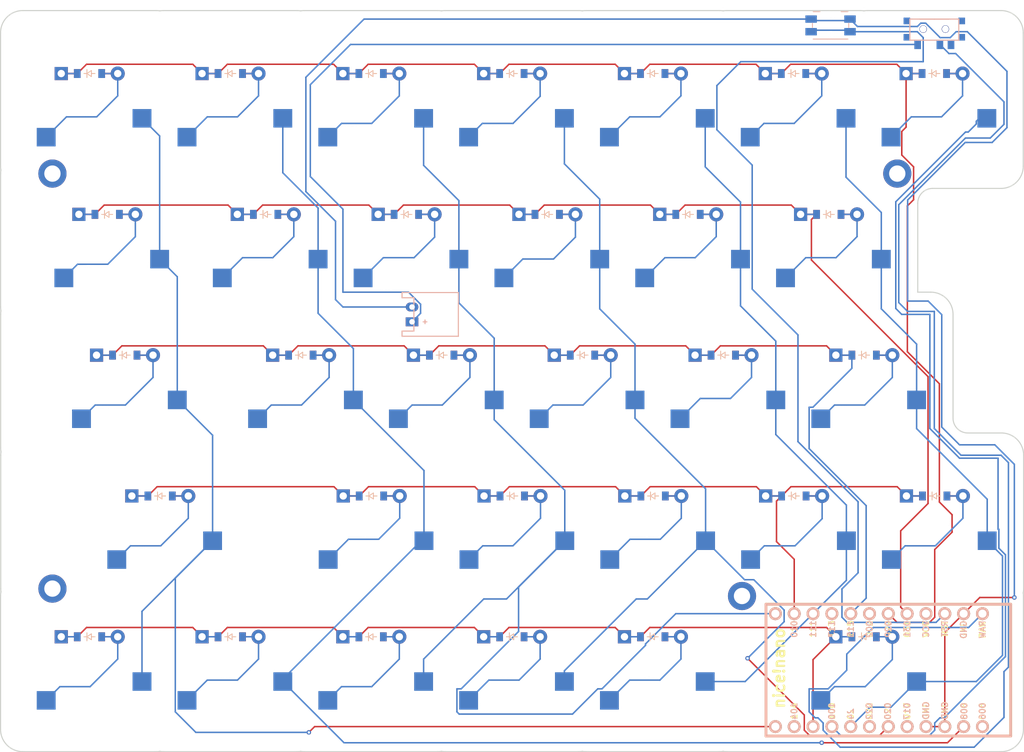
<source format=kicad_pcb>
(kicad_pcb (version 20241229) (generator "pcbnew") (generator_version "9.0")
  (title_block (title "left") (date "2026-01-21") (rev "v1.0.0") (company "Unknown"))
  (layers (0 "F.Cu" signal) (2 "B.Cu" signal) (13 "F.Paste" user) (15 "B.Paste" user) (5 "F.SilkS" user "F.Silkscreen") (7 "B.SilkS" user "B.Silkscreen") (1 "F.Mask" user) (3 "B.Mask" user) (25 "Edge.Cuts" user))
  (net 0 "")
  (net 1 "P106")
  (net 2 "c1_mod")
  (net 3 "c1_bottom")
  (net 4 "c1_home")
  (net 5 "c1_top")
  (net 6 "c1_num")
  (net 7 "P008")
  (net 8 "c2_mod")
  (net 9 "c2_bottom")
  (net 10 "c2_home")
  (net 11 "c2_top")
  (net 12 "c2_num")
  (net 13 "P009")
  (net 14 "c3_mod")
  (net 15 "c3_bottom")
  (net 16 "c3_home")
  (net 17 "c3_top")
  (net 18 "c3_num")
  (net 19 "P020")
  (net 20 "c4_mod")
  (net 21 "c4_bottom")
  (net 22 "c4_home")
  (net 23 "c4_top")
  (net 24 "c4_num")
  (net 25 "P111")
  (net 26 "c5_mod")
  (net 27 "c5_bottom")
  (net 28 "c5_home")
  (net 29 "c5_top")
  (net 30 "c5_num")
  (net 31 "P024")
  (net 32 "c6_mod")
  (net 33 "c6_bottom")
  (net 34 "c6_home")
  (net 35 "c6_top")
  (net 36 "c6_num")
  (net 37 "P100")
  (net 38 "c7_num")
  (net 39 "RAW")
  (net 40 "GND")
  (net 41 "RST")
  (net 42 "VCC")
  (net 43 "P031")
  (net 44 "P029")
  (net 45 "P002")
  (net 46 "P115")
  (net 47 "P113")
  (net 48 "P010")
  (net 49 "P006")
  (net 50 "P017")
  (net 51 "P022")
  (net 52 "P011")
  (net 53 "P104")
  (net 54 "pos")
  (footprint "E73:SPDT_C128955" (layer "F.Cu") (at 214 64.5)
    (property "Reference" "T1" (hide yes))
    (property "Value" "" (hide yes))
  )
  (footprint "MX" (layer "F.Cu") (at 100 74 180)
    (property "Reference" "S5" (hide yes))
    (property "Value" "" (hide yes))
  )
  (footprint "ComboDiode" (layer "F.Cu") (at 204.525 108.5)
    (property "Reference" "D28" (hide yes))
    (property "Value" "" (hide yes))
  )
  (footprint "mounting_hole" (layer "F.Cu") (at 188.05 141)
    (property "Reference" "H4" (hide yes))
    (property "Value" "")
  )
  (footprint "MX" (layer "F.Cu") (at 157.05 131 180)
    (property "Reference" "S12" (hide yes))
    (property "Value" "" (hide yes))
  )
  (footprint "JST_PH_S2B-PH-K_02x2.00mm_Angled" (layer "F.Cu") (at 143.525 103 90)
    (property "Reference" "JST1" (hide yes))
    (property "Value" "" (hide yes))
  )
  (footprint "ComboDiode" (layer "F.Cu") (at 138 70.5)
    (property "Reference" "D15" (hide yes))
    (property "Value" "" (hide yes))
  )
  (footprint "Panasonic_EVQPUL_EVQPUC" (layer "F.Cu") (at 200 64)
    (property "Reference" "B1" (hide yes))
    (property "Value" "Panasonic_EVQPUL_EVQPUC" (hide yes))
  )
  (footprint "ComboDiode" (layer "F.Cu") (at 180.7625 89.5)
    (property "Reference" "D24" (hide yes))
    (property "Value" "" (hide yes))
  )
  (footprint "MX" (layer "F.Cu") (at 102.38125 93 180)
    (property "Reference" "S4" (hide yes))
    (property "Value" "" (hide yes))
  )
  (footprint "ComboDiode" (layer "F.Cu") (at 214.05 127.5)
    (property "Reference" "D27" (hide yes))
    (property "Value" "" (hide yes))
  )
  (footprint "ComboDiode" (layer "F.Cu") (at 199.7625 89.5)
    (property "Reference" "D29" (hide yes))
    (property "Value" "" (hide yes))
  )
  (footprint "ComboDiode" (layer "F.Cu") (at 147.525 108.5)
    (property "Reference" "D13" (hide yes))
    (property "Value" "" (hide yes))
  )
  (footprint "MX" (layer "F.Cu") (at 176.05 131 180)
    (property "Reference" "S17" (hide yes))
    (property "Value" "" (hide yes))
  )
  (footprint "MX" (layer "F.Cu") (at 142.7625 93 180)
    (property "Reference" "S14" (hide yes))
    (property "Value" "" (hide yes))
  )
  (footprint "MX" (layer "F.Cu") (at 138 74 180)
    (property "Reference" "S15" (hide yes))
    (property "Value" "" (hide yes))
  )
  (footprint "MX" (layer "F.Cu") (at 204.525 150 180)
    (property "Reference" "S26" (hide yes))
    (property "Value" "" (hide yes))
  )
  (footprint "MX" (layer "F.Cu") (at 161.7625 93 180)
    (property "Reference" "S19" (hide yes))
    (property "Value" "" (hide yes))
  )
  (footprint "MX" (layer "F.Cu") (at 185.525 112 180)
    (property "Reference" "S23" (hide yes))
    (property "Value" "" (hide yes))
  )
  (footprint "MX" (layer "F.Cu") (at 176 74 180)
    (property "Reference" "S25" (hide yes))
    (property "Value" "" (hide yes))
  )
  (footprint "ComboDiode" (layer "F.Cu") (at 185.525 108.5)
    (property "Reference" "D23" (hide yes))
    (property "Value" "" (hide yes))
  )
  (footprint "ComboDiode" (layer "F.Cu") (at 142.7625 89.5)
    (property "Reference" "D14" (hide yes))
    (property "Value" "" (hide yes))
  )
  (footprint "mounting_hole" (layer "F.Cu") (at 95 140)
    (property "Reference" "H3" (hide yes))
    (property "Value" "")
  )
  (footprint "MX" (layer "F.Cu") (at 147.525 112 180)
    (property "Reference" "S13" (hide yes))
    (property "Value" "" (hide yes))
  )
  (footprint "ComboDiode" (layer "F.Cu") (at 214 70.5)
    (property "Reference" "D31" (hide yes))
    (property "Value" "" (hide yes))
  )
  (footprint "MX" (layer "F.Cu") (at 214 74 180)
    (property "Reference" "S31" (hide yes))
    (property "Value" "" (hide yes))
  )
  (footprint "ComboDiode" (layer "F.Cu") (at 119 70.5)
    (property "Reference" "D10" (hide yes))
    (property "Value" "" (hide yes))
  )
  (footprint "MX" (layer "F.Cu") (at 204.525 112 180)
    (property "Reference" "S28" (hide yes))
    (property "Value" "" (hide yes))
  )
  (footprint "MX" (layer "F.Cu") (at 214.05 131 180)
    (property "Reference" "S27" (hide yes))
    (property "Value" "" (hide yes))
  )
  (footprint "MX" (layer "F.Cu") (at 180.7625 93 180)
    (property "Reference" "S24" (hide yes))
    (property "Value" "" (hide yes))
  )
  (footprint "mounting_hole" (layer "F.Cu") (at 209 84)
    (property "Reference" "H2" (hide yes))
    (property "Value" "")
  )
  (footprint "MX" (layer "F.Cu") (at 157 74 180)
    (property "Reference" "S20" (hide yes))
    (property "Value" "" (hide yes))
  )
  (footprint "ComboDiode" (layer "F.Cu") (at 195 70.5)
    (property "Reference" "D30" (hide yes))
    (property "Value" "" (hide yes))
  )
  (footprint "MX" (layer "F.Cu") (at 104.7625 112 180)
    (property "Reference" "S3" (hide yes))
    (property "Value" "" (hide yes))
  )
  (footprint "MX" (layer "F.Cu") (at 195 74 180)
    (property "Reference" "S30" (hide yes))
    (property "Value" "" (hide yes))
  )
  (footprint "MX" (layer "F.Cu") (at 119 74 180)
    (property "Reference" "S10" (hide yes))
    (property "Value" "" (hide yes))
  )
  (footprint "ComboDiode" (layer "F.Cu") (at 195.05 127.5)
    (property "Reference" "D22" (hide yes))
    (property "Value" "" (hide yes))
  )
  (footprint "ComboDiode" (layer "F.Cu") (at 104.7625 108.5)
    (property "Reference" "D3" (hide yes))
    (property "Value" "" (hide yes))
  )
  (footprint "ComboDiode" (layer "F.Cu") (at 100 70.5)
    (property "Reference" "D5" (hide yes))
    (property "Value" "" (hide yes))
  )
  (footprint "ComboDiode" (layer "F.Cu") (at 109.525 127.5)
    (property "Reference" "D2" (hide yes))
    (property "Value" "" (hide yes))
  )
  (footprint "ComboDiode" (layer "F.Cu") (at 176.05 127.5)
    (property "Reference" "D17" (hide yes))
    (property "Value" "" (hide yes))
  )
  (footprint "ComboDiode" (layer "F.Cu") (at 138 146.5)
    (property "Reference" "D11" (hide yes))
    (property "Value" "" (hide yes))
  )
  (footprint "ComboDiode" (layer "F.Cu") (at 166.525 108.5)
    (property "Reference" "D18" (hide yes))
    (property "Value" "" (hide yes))
  )
  (footprint "ComboDiode" (layer "F.Cu") (at 157.05 127.5)
    (property "Reference" "D12" (hide yes))
    (property "Value" "" (hide yes))
  )
  (footprint "ComboDiode" (layer "F.Cu") (at 157 70.5)
    (property "Reference" "D20" (hide yes))
    (property "Value" "" (hide yes))
  )
  (footprint "ComboDiode" (layer "F.Cu") (at 157 146.5)
    (property "Reference" "D16" (hide yes))
    (property "Value" "" (hide yes))
  )
  (footprint "ComboDiode" (layer "F.Cu") (at 176 146.5)
    (property "Reference" "D21" (hide yes))
    (property "Value" "" (hide yes))
  )
  (footprint "MX" (layer "F.Cu") (at 166.525 112 180)
    (property "Reference" "S18" (hide yes))
    (property "Value" "" (hide yes))
  )
  (footprint "MX" (layer "F.Cu") (at 138 150 180)
    (property "Reference" "S11" (hide yes))
    (property "Value" "" (hide yes))
  )
  (footprint "ComboDiode" (layer "F.Cu") (at 128.525 108.5)
    (property "Reference" "D8" (hide yes))
    (property "Value" "" (hide yes))
  )
  (footprint "ComboDiode" (layer "F.Cu") (at 204.525 146.5)
    (property "Reference" "D26" (hide yes))
    (property "Value" "" (hide yes))
  )
  (footprint "ComboDiode" (layer "F.Cu") (at 138.05 127.5)
    (property "Reference" "D7" (hide yes))
    (property "Value" "" (hide yes))
  )
  (footprint "MX" (layer "F.Cu") (at 119 150 180)
    (property "Reference" "S6" (hide yes))
    (property "Value" "" (hide yes))
  )
  (footprint "ComboDiode" (layer "F.Cu") (at 119 146.5)
    (property "Reference" "D6" (hide yes))
    (property "Value" "" (hide yes))
  )
  (footprint "MX" (layer "F.Cu") (at 123.7625 93 180)
    (property "Reference" "S9" (hide yes))
    (property "Value" "" (hide yes))
  )
  (footprint "MX" (layer "F.Cu") (at 100 150 180)
    (property "Reference" "S1" (hide yes))
    (property "Value" "" (hide yes))
  )
  (footprint "ComboDiode" (layer "F.Cu") (at 161.7625 89.5)
    (property "Reference" "D19" (hide yes))
    (property "Value" "" (hide yes))
  )
  (footprint "MX" (layer "F.Cu") (at 157 150 180)
    (property "Reference" "S16" (hide yes))
    (property "Value" "" (hide yes))
  )
  (footprint "ComboDiode" (layer "F.Cu") (at 123.7625 89.5)
    (property "Reference" "D9" (hide yes))
    (property "Value" "" (hide yes))
  )
  (footprint "MX" (layer "F.Cu") (at 128.525 112 180)
    (property "Reference" "S8" (hide yes))
    (property "Value" "" (hide yes))
  )
  (footprint "ComboDiode" (layer "F.Cu") (at 100 146.5)
    (property "Reference" "D1" (hide yes))
    (property "Value" "" (hide yes))
  )
  (footprint "ComboDiode" (layer "F.Cu") (at 102.38125 89.5)
    (property "Reference" "D4" (hide yes))
    (property "Value" "" (hide yes))
  )
  (footprint "mounting_hole" (layer "F.Cu") (at 95 84)
    (property "Reference" "H1" (hide yes))
    (property "Value" "")
  )
  (footprint "MX" (layer "F.Cu") (at 176 150 180)
    (property "Reference" "S21" (hide yes))
    (property "Value" "" (hide yes))
  )
  (footprint "MX" (layer "F.Cu") (at 199.7625 93 180)
    (property "Reference" "S29" (hide yes))
    (property "Value" "" (hide yes))
  )
  (footprint "MX" (layer "F.Cu") (at 195.05 131 180)
    (property "Reference" "S22" (hide yes))
    (property "Value" "" (hide yes))
  )
  (footprint "ComboDiode" (layer "F.Cu") (at 176 70.5)
    (property "Reference" "D25" (hide yes))
    (property "Value" "" (hide yes))
  )
  (footprint "MX" (layer "F.Cu") (at 138.05 131 180)
    (property "Reference" "S7" (hide yes))
    (property "Value" "" (hide yes))
  )
  (footprint "MX" (layer "F.Cu") (at 109.525 131 180)
    (property "Reference" "S2" (hide yes))
    (property "Value" "" (hide yes))
  )
  (footprint "nice_nano" (layer "F.Cu") (at 206.525 151 180)
    (property "Reference" "MCU1" (hide yes))
    (property "Value" "nice_nano" (hide yes))
  )
  (gr_arc (start 185 62) (mid 185.250879 62.010509) (end 185.5 62.04196) (stroke (width 0.15)) (layer "Edge.Cuts"))
  (gr_line (start 88.025 122) (end 88.025 140) (stroke (width 0.15)) (layer "Edge.Cuts"))
  (gr_arc (start 109.5 62.04196) (mid 109.749121 62.010507) (end 110 62) (stroke (width 0.15)) (layer "Edge.Cuts"))
  (gr_arc (start 109.5 161.95804) (mid 109.250879 161.989493) (end 109 162) (stroke (width 0.15)) (layer "Edge.Cuts"))
  (gr_arc (start 226.025 159) (mid 225.14632 161.12132) (end 223.025 162) (stroke (width 0.15)) (layer "Edge.Cuts"))
  (gr_arc (start 148 162) (mid 147.749121 161.989491) (end 147.5 161.95804) (stroke (width 0.15)) (layer "Edge.Cuts"))
  (gr_arc (start 225.99459 140.573927) (mid 226.017388 140.786422) (end 226.025 141) (stroke (width 0.15)) (layer "Edge.Cuts"))
  (gr_arc (start 204.5 62.04196) (mid 204.749121 62.010507) (end 205 62) (stroke (width 0.15)) (layer "Edge.Cuts"))
  (gr_arc (start 186.025 162) (mid 185.767803 161.988954) (end 185.5125 161.9559) (stroke (width 0.15)) (layer "Edge.Cuts"))
  (gr_arc (start 223 62) (mid 225.12132 62.87868) (end 226 65) (stroke (width 0.15)) (layer "Edge.Cuts"))
  (gr_arc (start 166.5 161.95804) (mid 166.250879 161.989493) (end 166 162) (stroke (width 0.15)) (layer "Edge.Cuts"))
  (gr_arc (start 88.0125 103) (mid 88.022239 102.758459) (end 88.051394 102.518487) (stroke (width 0.15)) (layer "Edge.Cuts"))
  (gr_arc (start 167 162) (mid 166.749121 161.989491) (end 166.5 161.95804) (stroke (width 0.15)) (layer "Edge.Cuts"))
  (gr_line (start 223 62) (end 205 62) (stroke (width 0.15)) (layer "Edge.Cuts"))
  (gr_line (start 223.05 119) (end 218.525 119) (stroke (width 0.15)) (layer "Edge.Cuts"))
  (gr_arc (start 88.00625 84) (mid 88.01599 83.758459) (end 88.045144 83.518487) (stroke (width 0.15)) (layer "Edge.Cuts"))
  (gr_line (start 226.025 159) (end 226.025 141) (stroke (width 0.15)) (layer "Edge.Cuts"))
  (gr_line (start 129 162) (end 147 162) (stroke (width 0.15)) (layer "Edge.Cuts"))
  (gr_line (start 167 162) (end 185 162) (stroke (width 0.15)) (layer "Edge.Cuts"))
  (gr_line (start 88 65) (end 88 83) (stroke (width 0.15)) (layer "Edge.Cuts"))
  (gr_line (start 109 62) (end 91 62) (stroke (width 0.15)) (layer "Edge.Cuts"))
  (gr_line (start 226 83) (end 226 65) (stroke (width 0.15)) (layer "Edge.Cuts"))
  (gr_line (start 88 141) (end 88 159) (stroke (width 0.15)) (layer "Edge.Cuts"))
  (gr_arc (start 88.060948 121.536973) (mid 88.024635 121.269577) (end 88.0125 121) (stroke (width 0.15)) (layer "Edge.Cuts"))
  (gr_line (start 147 62) (end 129 62) (stroke (width 0.15)) (layer "Edge.Cuts"))
  (gr_line (start 110 162) (end 128 162) (stroke (width 0.15)) (layer "Edge.Cuts"))
  (gr_arc (start 88.051395 102.518487) (mid 88.017556 102.260224) (end 88.00625 102) (stroke (width 0.15)) (layer "Edge.Cuts"))
  (gr_arc (start 166 62) (mid 166.250879 62.010509) (end 166.5 62.04196) (stroke (width 0.15)) (layer "Edge.Cuts"))
  (gr_arc (start 88 141) (mid 88.013885 140.711702) (end 88.055411 140.426073) (stroke (width 0.15)) (layer "Edge.Cuts"))
  (gr_arc (start 211.7625 88) (mid 212.348286 86.585786) (end 213.7625 86) (stroke (width 0.15)) (layer "Edge.Cuts"))
  (gr_arc (start 226 83) (mid 225.12132 85.12132) (end 223 86) (stroke (width 0.15)) (layer "Edge.Cuts"))
  (gr_line (start 88.00625 84) (end 88.00625 102) (stroke (width 0.15)) (layer "Edge.Cuts"))
  (gr_arc (start 88 65) (mid 88.87868 62.87868) (end 91 62) (stroke (width 0.15)) (layer "Edge.Cuts"))
  (gr_arc (start 147.5 62.04196) (mid 147.749121 62.010507) (end 148 62) (stroke (width 0.15)) (layer "Edge.Cuts"))
  (gr_line (start 204 62) (end 186 62) (stroke (width 0.15)) (layer "Edge.Cuts"))
  (gr_arc (start 128.5 62.04196) (mid 128.749121 62.010507) (end 129 62) (stroke (width 0.15)) (layer "Edge.Cuts"))
  (gr_arc (start 166.5 62.04196) (mid 166.749121 62.010507) (end 167 62) (stroke (width 0.15)) (layer "Edge.Cuts"))
  (gr_line (start 216.525 117) (end 216.525 103) (stroke (width 0.15)) (layer "Edge.Cuts"))
  (gr_arc (start 88.045144 83.518487) (mid 88.011306 83.260224) (end 88 83) (stroke (width 0.15)) (layer "Edge.Cuts"))
  (gr_line (start 185 62) (end 167 62) (stroke (width 0.15)) (layer "Edge.Cuts"))
  (gr_line (start 226.05 140) (end 226.05 122) (stroke (width 0.15)) (layer "Edge.Cuts"))
  (gr_arc (start 147.5 161.95804) (mid 147.250879 161.989493) (end 147 162) (stroke (width 0.15)) (layer "Edge.Cuts"))
  (gr_line (start 128 62) (end 110 62) (stroke (width 0.15)) (layer "Edge.Cuts"))
  (gr_line (start 148 162) (end 166 162) (stroke (width 0.15)) (layer "Edge.Cuts"))
  (gr_arc (start 128.5 161.95804) (mid 128.250879 161.989493) (end 128 162) (stroke (width 0.15)) (layer "Edge.Cuts"))
  (gr_arc (start 185.5 62.04196) (mid 185.749121 62.010507) (end 186 62) (stroke (width 0.15)) (layer "Edge.Cuts"))
  (gr_line (start 91 162) (end 109 162) (stroke (width 0.15)) (layer "Edge.Cuts"))
  (gr_arc (start 218.525 119) (mid 217.110786 118.414214) (end 216.525 117) (stroke (width 0.15)) (layer "Edge.Cuts"))
  (gr_line (start 213.7625 86) (end 223 86) (stroke (width 0.15)) (layer "Edge.Cuts"))
  (gr_arc (start 91 162) (mid 88.87868 161.12132) (end 88 159) (stroke (width 0.15)) (layer "Edge.Cuts"))
  (gr_arc (start 129 162) (mid 128.749121 161.989491) (end 128.5 161.95804) (stroke (width 0.15)) (layer "Edge.Cuts"))
  (gr_line (start 88.0125 103) (end 88.0125 121) (stroke (width 0.15)) (layer "Edge.Cuts"))
  (gr_arc (start 223.05 119) (mid 225.17132 119.87868) (end 226.05 122) (stroke (width 0.15)) (layer "Edge.Cuts"))
  (gr_line (start 186.025 162) (end 223.025 162) (stroke (width 0.15)) (layer "Edge.Cuts"))
  (gr_arc (start 147 62) (mid 147.250879 62.010509) (end 147.5 62.04196) (stroke (width 0.15)) (layer "Edge.Cuts"))
  (gr_line (start 211.7625 100) (end 211.7625 88) (stroke (width 0.15)) (layer "Edge.Cuts"))
  (gr_arc (start 128 62) (mid 128.250879 62.010509) (end 128.5 62.04196) (stroke (width 0.15)) (layer "Edge.Cuts"))
  (gr_arc (start 185.5125 161.9559) (mid 185.257197 161.988956) (end 185 162) (stroke (width 0.15)) (layer "Edge.Cuts"))
  (gr_line (start 166 62) (end 148 62) (stroke (width 0.15)) (layer "Edge.Cuts"))
  (gr_arc (start 109 62) (mid 109.250879 62.010509) (end 109.5 62.04196) (stroke (width 0.15)) (layer "Edge.Cuts"))
  (gr_arc (start 110 162) (mid 109.749121 161.989491) (end 109.5 161.95804) (stroke (width 0.15)) (layer "Edge.Cuts"))
  (gr_arc (start 88.055411 140.426073) (mid 88.032611 140.213579) (end 88.025 140) (stroke (width 0.15)) (layer "Edge.Cuts"))
  (gr_arc (start 204 62) (mid 204.250879 62.010509) (end 204.5 62.04196) (stroke (width 0.15)) (layer "Edge.Cuts"))
  (gr_arc (start 226.05 140) (mid 226.036116 140.288298) (end 225.99459 140.573927) (stroke (width 0.15)) (layer "Edge.Cuts"))
  (gr_line (start 213.525 100) (end 211.7625 100) (stroke (width 0.15)) (layer "Edge.Cuts"))
  (gr_arc (start 88.025 122) (mid 88.034001 121.76779) (end 88.060948 121.536973) (stroke (width 0.15)) (layer "Edge.Cuts"))
  (gr_arc (start 213.525 100) (mid 215.64632 100.87868) (end 216.525 103) (stroke (width 0.15)) (layer "Edge.Cuts"))
  (segment (start 130.38 158.62) (end 192.555 158.62) (width 0.2) (layer "F.Cu") (net 1))
  (segment (start 129.6 159.4) (end 130.38 158.62) (width 0.2) (layer "F.Cu") (net 1))
  (via (at 129.6 159.4) (size 0.6) (drill 0.3) (layers "F.Cu" "B.Cu") (net 1))
  (segment (start 116.61 119.3025) (end 116.61 133.54) (width 0.2) (layer "B.Cu") (net 1))
  (segment (start 111.8475 114.54) (end 116.61 119.3025) (width 0.2) (layer "B.Cu") (net 1))
  (segment (start 109.46625 95.54) (end 111.8475 97.92125) (width 0.2) (layer "B.Cu") (net 1))
  (segment (start 107.085 143.065) (end 116.61 133.54) (width 0.2) (layer "B.Cu") (net 1))
  (segment (start 114.351 159.4) (end 129.6 159.4) (width 0.2) (layer "B.Cu") (net 1))
  (segment (start 109.46625 78.92125) (end 109.46625 95.54) (width 0.2) (layer "B.Cu") (net 1))
  (segment (start 107.085 152.54) (end 107.085 143.065) (width 0.2) (layer "B.Cu") (net 1))
  (segment (start 111.8475 97.92125) (end 111.8475 114.54) (width 0.2) (layer "B.Cu") (net 1))
  (segment (start 111.582 138.568) (end 111.582 156.631) (width 0.2) (layer "B.Cu") (net 1))
  (segment (start 107.085 76.54) (end 109.46625 78.92125) (width 0.2) (layer "B.Cu") (net 1))
  (segment (start 116.61 133.54) (end 111.582 138.568) (width 0.2) (layer "B.Cu") (net 1))
  (segment (start 111.582 156.631) (end 114.351 159.4) (width 0.2) (layer "B.Cu") (net 1))
  (segment (start 103.81 146.5) (end 101.65 146.5) (width 0.2) (layer "F.Cu") (net 2))
  (segment (start 101.65 146.5) (end 103.81 146.5) (width 0.2) (layer "B.Cu") (net 2))
  (segment (start 103.81 146.5) (end 103.81 149.506189) (width 0.2) (layer "B.Cu") (net 2))
  (segment (start 100.087189 153.229) (end 96.009 153.229) (width 0.2) (layer "B.Cu") (net 2))
  (segment (start 103.81 149.506189) (end 100.087189 153.229) (width 0.2) (layer "B.Cu") (net 2))
  (segment (start 96.009 153.229) (end 94.158 155.08) (width 0.2) (layer "B.Cu") (net 2))
  (segment (start 113.335 127.5) (end 111.175 127.5) (width 0.2) (layer "F.Cu") (net 3))
  (segment (start 113.335 127.5) (end 113.335 130.506189) (width 0.2) (layer "B.Cu") (net 3))
  (segment (start 111.175 127.5) (end 113.335 127.5) (width 0.2) (layer "B.Cu") (net 3))
  (segment (start 113.335 130.506189) (end 109.612189 134.229) (width 0.2) (layer "B.Cu") (net 3))
  (segment (start 109.612189 134.229) (end 105.534 134.229) (width 0.2) (layer "B.Cu") (net 3))
  (segment (start 105.534 134.229) (end 103.683 136.08) (width 0.2) (layer "B.Cu") (net 3))
  (segment (start 106.4125 108.5) (end 108.5725 108.5) (width 0.2) (layer "F.Cu") (net 4))
  (segment (start 108.5725 111.506189) (end 104.849689 115.229) (width 0.2) (layer "B.Cu") (net 4))
  (segment (start 106.4125 108.5) (end 108.5725 108.5) (width 0.2) (layer "B.Cu") (net 4))
  (segment (start 104.849689 115.229) (end 100.7715 115.229) (width 0.2) (layer "B.Cu") (net 4))
  (segment (start 108.5725 108.5) (end 108.5725 111.506189) (width 0.2) (layer "B.Cu") (net 4))
  (segment (start 100.7715 115.229) (end 98.9205 117.08) (width 0.2) (layer "B.Cu") (net 4))
  (segment (start 104.03125 89.5) (end 106.19125 89.5) (width 0.2) (layer "F.Cu") (net 5))
  (segment (start 98.39025 96.229) (end 102.468439 96.229) (width 0.2) (layer "B.Cu") (net 5))
  (segment (start 106.19125 89.5) (end 104.03125 89.5) (width 0.2) (layer "B.Cu") (net 5))
  (segment (start 96.53925 98.08) (end 98.39025 96.229) (width 0.2) (layer "B.Cu") (net 5))
  (segment (start 102.468439 96.229) (end 106.19125 92.506189) (width 0.2) (layer "B.Cu") (net 5))
  (segment (start 106.19125 92.506189) (end 106.19125 89.5) (width 0.2) (layer "B.Cu") (net 5))
  (segment (start 103.81 70.5) (end 101.65 70.5) (width 0.2) (layer "F.Cu") (net 6))
  (segment (start 94.158 79.08) (end 96.8931 76.3449) (width 0.2) (layer "B.Cu") (net 6))
  (segment (start 103.81 70.5) (end 101.65 70.5) (width 0.2) (layer "B.Cu") (net 6))
  (segment (start 100.971289 76.3449) (end 103.81 73.506189) (width 0.2) (layer "B.Cu") (net 6))
  (segment (start 96.8931 76.3449) (end 100.971289 76.3449) (width 0.2) (layer "B.Cu") (net 6))
  (segment (start 103.81 73.506189) (end 103.81 70.5) (width 0.2) (layer "B.Cu") (net 6))
  (segment (start 198.8 160.8) (end 215.775 160.8) (width 0.2) (layer "F.Cu") (net 7))
  (segment (start 215.775 160.8) (end 217.955 158.62) (width 0.2) (layer "F.Cu") (net 7))
  (via (at 198.8 160.8) (size 0.6) (drill 0.3) (layers "F.Cu" "B.Cu") (net 7))
  (segment (start 145.135 133.54) (end 145.135 124.065) (width 0.2) (layer "B.Cu") (net 7))
  (segment (start 126.085 83.885) (end 130.8475 88.6475) (width 0.2) (layer "B.Cu") (net 7))
  (segment (start 126.085 152.54) (end 126.085 152.225) (width 0.2) (layer "B.Cu") (net 7))
  (segment (start 126.085 152.54) (end 134.345 160.8) (width 0.2) (layer "B.Cu") (net 7))
  (segment (start 144.77 133.54) (end 145.135 133.54) (width 0.2) (layer "B.Cu") (net 7))
  (segment (start 145.135 124.065) (end 135.61 114.54) (width 0.2) (layer "B.Cu") (net 7))
  (segment (start 126.085 76.54) (end 126.085 83.885) (width 0.2) (layer "B.Cu") (net 7))
  (segment (start 134.345 160.8) (end 198.8 160.8) (width 0.2) (layer "B.Cu") (net 7))
  (segment (start 130.8475 102.8475) (end 135.61 107.61) (width 0.2) (layer "B.Cu") (net 7))
  (segment (start 126.085 152.225) (end 144.77 133.54) (width 0.2) (layer "B.Cu") (net 7))
  (segment (start 130.8475 95.54) (end 130.8475 102.8475) (width 0.2) (layer "B.Cu") (net 7))
  (segment (start 130.8475 88.6475) (end 130.8475 95.54) (width 0.2) (layer "B.Cu") (net 7))
  (segment (start 135.61 107.61) (end 135.61 114.54) (width 0.2) (layer "B.Cu") (net 7))
  (segment (start 120.65 146.5) (end 122.81 146.5) (width 0.2) (layer "F.Cu") (net 8))
  (segment (start 113.158 155.08) (end 115.8931 152.3449) (width 0.2) (layer "B.Cu") (net 8))
  (segment (start 122.81 146.5) (end 120.65 146.5) (width 0.2) (layer "B.Cu") (net 8))
  (segment (start 122.81 149.506189) (end 122.81 146.5) (width 0.2) (layer "B.Cu") (net 8))
  (segment (start 119.971289 152.3449) (end 122.81 149.506189) (width 0.2) (layer "B.Cu") (net 8))
  (segment (start 115.8931 152.3449) (end 119.971289 152.3449) (width 0.2) (layer "B.Cu") (net 8))
  (segment (start 139.7 127.5) (end 141.86 127.5) (width 0.2) (layer "F.Cu") (net 9))
  (segment (start 139.021289 133.3449) (end 141.86 130.506189) (width 0.2) (layer "B.Cu") (net 9))
  (segment (start 141.86 130.506189) (end 141.86 127.5) (width 0.2) (layer "B.Cu") (net 9))
  (segment (start 141.86 127.5) (end 139.7 127.5) (width 0.2) (layer "B.Cu") (net 9))
  (segment (start 132.208 136.08) (end 134.9431 133.3449) (width 0.2) (layer "B.Cu") (net 9))
  (segment (start 134.9431 133.3449) (end 139.021289 133.3449) (width 0.2) (layer "B.Cu") (net 9))
  (segment (start 130.175 108.5) (end 132.335 108.5) (width 0.2) (layer "F.Cu") (net 10))
  (segment (start 132.335 111.506189) (end 128.612189 115.229) (width 0.2) (layer "B.Cu") (net 10))
  (segment (start 132.335 108.5) (end 132.335 111.506189) (width 0.2) (layer "B.Cu") (net 10))
  (segment (start 124.534 115.229) (end 122.683 117.08) (width 0.2) (layer "B.Cu") (net 10))
  (segment (start 130.175 108.5) (end 132.335 108.5) (width 0.2) (layer "B.Cu") (net 10))
  (segment (start 128.612189 115.229) (end 124.534 115.229) (width 0.2) (layer "B.Cu") (net 10))
  (segment (start 125.4125 89.5) (end 127.5725 89.5) (width 0.2) (layer "F.Cu") (net 11))
  (segment (start 127.5725 89.5) (end 125.4125 89.5) (width 0.2) (layer "B.Cu") (net 11))
  (segment (start 117.9205 98.08) (end 120.6556 95.3449) (width 0.2) (layer "B.Cu") (net 11))
  (segment (start 124.733789 95.3449) (end 127.5725 92.506189) (width 0.2) (layer "B.Cu") (net 11))
  (segment (start 127.5725 92.506189) (end 127.5725 89.5) (width 0.2) (layer "B.Cu") (net 11))
  (segment (start 120.6556 95.3449) (end 124.733789 95.3449) (width 0.2) (layer "B.Cu") (net 11))
  (segment (start 122.81 70.5) (end 120.65 70.5) (width 0.2) (layer "F.Cu") (net 12))
  (segment (start 122.81 70.5) (end 120.65 70.5) (width 0.2) (layer "B.Cu") (net 12))
  (segment (start 119.971289 76.3449) (end 122.81 73.506189) (width 0.2) (layer "B.Cu") (net 12))
  (segment (start 115.8931 76.3449) (end 119.971289 76.3449) (width 0.2) (layer "B.Cu") (net 12))
  (segment (start 122.81 73.506189) (end 122.81 70.5) (width 0.2) (layer "B.Cu") (net 12))
  (segment (start 113.158 79.08) (end 115.8931 76.3449) (width 0.2) (layer "B.Cu") (net 12))
  (segment (start 149.882 156.931) (end 165.18 156.931) (width 0.2) (layer "B.Cu") (net 13))
  (segment (start 164.135 133.54) (end 157.899 139.776) (width 0.2) (layer "B.Cu") (net 13))
  (segment (start 154.61 117.21) (end 164.135 126.735) (width 0.2) (layer "B.Cu") (net 13))
  (segment (start 145.085 76.54) (end 145.085 82.885) (width 0.2) (layer "B.Cu") (net 13))
  (segment (start 154.61 106.21) (end 154.61 114.54) (width 0.2) (layer "B.Cu") (net 13))
  (segment (start 179.118 143.38) (end 192.555 143.38) (width 0.2) (layer "B.Cu") (net 13))
  (segment (start 149.8475 87.6475) (end 149.8475 95.54) (width 0.2) (layer "B.Cu") (net 13))
  (segment (start 149.582 156.631) (end 149.882 156.931) (width 0.2) (layer "B.Cu") (net 13))
  (segment (start 156.275 141.4) (end 164.135 133.54) (width 0.2) (layer "B.Cu") (net 13))
  (segment (start 157.899 139.776) (end 157.899 145.784811) (width 0.2) (layer "B.Cu") (net 13))
  (segment (start 168.582 153.529) (end 169.154811 153.529) (width 0.2) (layer "B.Cu") (net 13))
  (segment (start 165.18 156.931) (end 168.582 153.529) (width 0.2) (layer "B.Cu") (net 13))
  (segment (start 169.154811 153.529) (end 175.028711 147.6551) (width 0.2) (layer "B.Cu") (net 13))
  (segment (start 145.085 82.885) (end 149.8475 87.6475) (width 0.2) (layer "B.Cu") (net 13))
  (segment (start 154.61 114.54) (end 154.61 117.21) (width 0.2) (layer "B.Cu") (net 13))
  (segment (start 145.085 149.515) (end 153.2 141.4) (width 0.2) (layer "B.Cu") (net 13))
  (segment (start 153.2 141.4) (end 156.275 141.4) (width 0.2) (layer "B.Cu") (net 13))
  (segment (start 157.899 145.784811) (end 150.154811 153.529) (width 0.2) (layer "B.Cu") (net 13))
  (segment (start 175.028711 147.469289) (end 179.118 143.38) (width 0.2) (layer "B.Cu") (net 13))
  (segment (start 145.085 152.54) (end 145.085 149.515) (width 0.2) (layer "B.Cu") (net 13))
  (segment (start 150.154811 153.529) (end 149.582 153.529) (width 0.2) (layer "B.Cu") (net 13))
  (segment (start 149.8475 95.54) (end 149.8475 101.4475) (width 0.2) (layer "B.Cu") (net 13))
  (segment (start 149.8475 101.4475) (end 154.61 106.21) (width 0.2) (layer "B.Cu") (net 13))
  (segment (start 149.582 153.529) (end 149.582 156.631) (width 0.2) (layer "B.Cu") (net 13))
  (segment (start 164.135 126.735) (end 164.135 133.54) (width 0.2) (layer "B.Cu") (net 13))
  (segment (start 175.028711 147.6551) (end 175.028711 147.469289) (width 0.2) (layer "B.Cu") (net 13))
  (segment (start 141.81 146.5) (end 139.65 146.5) (width 0.2) (layer "F.Cu") (net 14))
  (segment (start 134.009 153.229) (end 132.158 155.08) (width 0.2) (layer "B.Cu") (net 14))
  (segment (start 141.81 146.5) (end 141.81 149.506189) (width 0.2) (layer "B.Cu") (net 14))
  (segment (start 139.65 146.5) (end 141.81 146.5) (width 0.2) (layer "B.Cu") (net 14))
  (segment (start 141.81 149.506189) (end 138.087189 153.229) (width 0.2) (layer "B.Cu") (net 14))
  (segment (start 138.087189 153.229) (end 134.009 153.229) (width 0.2) (layer "B.Cu") (net 14))
  (segment (start 160.86 127.5) (end 158.7 127.5) (width 0.2) (layer "F.Cu") (net 15))
  (segment (start 158.7 127.5) (end 160.86 127.5) (width 0.2) (layer "B.Cu") (net 15))
  (segment (start 160.86 127.5) (end 160.86 130.506189) (width 0.2) (layer "B.Cu") (net 15))
  (segment (start 160.86 130.506189) (end 157.137189 134.229) (width 0.2) (layer "B.Cu") (net 15))
  (segment (start 157.137189 134.229) (end 153.059 134.229) (width 0.2) (layer "B.Cu") (net 15))
  (segment (start 153.059 134.229) (end 151.208 136.08) (width 0.2) (layer "B.Cu") (net 15))
  (segment (start 149.175 108.5) (end 151.335 108.5) (width 0.2) (layer "F.Cu") (net 16))
  (segment (start 147.612189 115.229) (end 143.534 115.229) (width 0.2) (layer "B.Cu") (net 16))
  (segment (start 151.335 111.506189) (end 147.612189 115.229) (width 0.2) (layer "B.Cu") (net 16))
  (segment (start 149.175 108.5) (end 151.335 108.5) (width 0.2) (layer "B.Cu") (net 16))
  (segment (start 151.335 108.5) (end 151.335 111.506189) (width 0.2) (layer "B.Cu") (net 16))
  (segment (start 143.534 115.229) (end 141.683 117.08) (width 0.2) (layer "B.Cu") (net 16))
  (segment (start 144.4125 89.5) (end 146.5725 89.5) (width 0.2) (layer "F.Cu") (net 17))
  (segment (start 146.5725 89.5) (end 144.4125 89.5) (width 0.2) (layer "B.Cu") (net 17))
  (segment (start 146.5725 92.570257) (end 146.5725 89.5) (width 0.2) (layer "B.Cu") (net 17))
  (segment (start 136.9205 98.08) (end 139.6556 95.3449) (width 0.2) (layer "B.Cu") (net 17))
  (segment (start 143.797857 95.3449) (end 146.5725 92.570257) (width 0.2) (layer "B.Cu") (net 17))
  (segment (start 139.6556 95.3449) (end 143.797857 95.3449) (width 0.2) (layer "B.Cu") (net 17))
  (segment (start 141.81 70.5) (end 139.65 70.5) (width 0.2) (layer "F.Cu") (net 18))
  (segment (start 141.81 73.506189) (end 138.087189 77.229) (width 0.2) (layer "B.Cu") (net 18))
  (segment (start 134.009 77.229) (end 132.158 79.08) (width 0.2) (layer "B.Cu") (net 18))
  (segment (start 141.81 70.5) (end 141.81 73.506189) (width 0.2) (layer "B.Cu") (net 18))
  (segment (start 138.087189 77.229) (end 134.009 77.229) (width 0.2) (layer "B.Cu") (net 18))
  (segment (start 139.65 70.5) (end 141.81 70.5) (width 0.2) (layer "B.Cu") (net 18))
  (segment (start 196.4577 157.0577) (end 196.4577 159.107654) (width 0.2) (layer "F.Cu") (net 19))
  (segment (start 197.147346 159.7973) (end 206.6177 159.7973) (width 0.2) (layer "F.Cu") (net 19))
  (segment (start 206.6177 159.7973) (end 207.795 158.62) (width 0.2) (layer "F.Cu") (net 19))
  (segment (start 196.4577 159.107654) (end 197.147346 159.7973) (width 0.2) (layer "F.Cu") (net 19))
  (segment (start 188.8 149.4) (end 196.4577 157.0577) (width 0.2) (layer "F.Cu") (net 19))
  (via (at 188.8 149.4) (size 0.6) (drill 0.3) (layers "F.Cu" "B.Cu") (net 19))
  (segment (start 189.638954 138.799) (end 193.7323 142.892346) (width 0.2) (layer "B.Cu") (net 19))
  (segment (start 164.085 82.685) (end 168.8475 87.4475) (width 0.2) (layer "B.Cu") (net 19))
  (segment (start 173.61 114.54) (end 173.61 107.01) (width 0.2) (layer "B.Cu") (net 19))
  (segment (start 168.8475 87.4475) (end 168.8475 95.54) (width 0.2) (layer "B.Cu") (net 19))
  (segment (start 183.135 126.535) (end 173.61 117.01) (width 0.2) (layer "B.Cu") (net 19))
  (segment (start 193.7323 144.4677) (end 188.8 149.4) (width 0.2) (layer "B.Cu") (net 19))
  (segment (start 193.7323 142.892346) (end 193.7323 144.4677) (width 0.2) (layer "B.Cu") (net 19))
  (segment (start 173.61 107.01) (end 168.8475 102.2475) (width 0.2) (layer "B.Cu") (net 19))
  (segment (start 183.135 133.54) (end 183.135 126.535) (width 0.2) (layer "B.Cu") (net 19))
  (segment (start 164.085 152.54) (end 164.085 151.09) (width 0.2) (layer "B.Cu") (net 19))
  (segment (start 175.275 141.4) (end 183.135 133.54) (width 0.2) (layer "B.Cu") (net 19))
  (segment (start 173.61 117.01) (end 173.61 114.54) (width 0.2) (layer "B.Cu") (net 19))
  (segment (start 168.8475 102.2475) (end 168.8475 95.54) (width 0.2) (layer "B.Cu") (net 19))
  (segment (start 164.085 151.09) (end 173.775 141.4) (width 0.2) (layer "B.Cu") (net 19))
  (segment (start 188.394 138.799) (end 189.638954 138.799) (width 0.2) (layer "B.Cu") (net 19))
  (segment (start 173.775 141.4) (end 175.275 141.4) (width 0.2) (layer "B.Cu") (net 19))
  (segment (start 183.135 133.54) (end 188.394 138.799) (width 0.2) (layer "B.Cu") (net 19))
  (segment (start 164.085 76.54) (end 164.085 82.685) (width 0.2) (layer "B.Cu") (net 19))
  (segment (start 158.65 146.5) (end 160.81 146.5) (width 0.2) (layer "F.Cu") (net 20))
  (segment (start 151.158 155.08) (end 153.8931 152.3449) (width 0.2) (layer "B.Cu") (net 20))
  (segment (start 160.81 149.506189) (end 160.81 146.5) (width 0.2) (layer "B.Cu") (net 20))
  (segment (start 157.971289 152.3449) (end 160.81 149.506189) (width 0.2) (layer "B.Cu") (net 20))
  (segment (start 160.81 146.5) (end 158.65 146.5) (width 0.2) (layer "B.Cu") (net 20))
  (segment (start 153.8931 152.3449) (end 157.971289 152.3449) (width 0.2) (layer "B.Cu") (net 20))
  (segment (start 177.7 127.5) (end 179.86 127.5) (width 0.2) (layer "F.Cu") (net 21))
  (segment (start 177.021289 133.3449) (end 179.86 130.506189) (width 0.2) (layer "B.Cu") (net 21))
  (segment (start 179.86 127.5) (end 177.7 127.5) (width 0.2) (layer "B.Cu") (net 21))
  (segment (start 179.86 130.506189) (end 179.86 127.5) (width 0.2) (layer "B.Cu") (net 21))
  (segment (start 170.208 136.08) (end 172.9431 133.3449) (width 0.2) (layer "B.Cu") (net 21))
  (segment (start 172.9431 133.3449) (end 177.021289 133.3449) (width 0.2) (layer "B.Cu") (net 21))
  (segment (start 170.335 108.5) (end 168.175 108.5) (width 0.2) (layer "F.Cu") (net 22))
  (segment (start 166.612189 115.229) (end 162.534 115.229) (width 0.2) (layer "B.Cu") (net 22))
  (segment (start 162.534 115.229) (end 160.683 117.08) (width 0.2) (layer "B.Cu") (net 22))
  (segment (start 168.175 108.5) (end 170.335 108.5) (width 0.2) (layer "B.Cu") (net 22))
  (segment (start 170.335 111.506189) (end 166.612189 115.229) (width 0.2) (layer "B.Cu") (net 22))
  (segment (start 170.335 108.5) (end 170.335 111.506189) (width 0.2) (layer "B.Cu") (net 22))
  (segment (start 165.5725 89.5) (end 163.4125 89.5) (width 0.2) (layer "F.Cu") (net 23))
  (segment (start 165.5725 92.570257) (end 165.5725 89.5) (width 0.2) (layer "B.Cu") (net 23))
  (segment (start 158.474689 95.525811) (end 162.616946 95.525811) (width 0.2) (layer "B.Cu") (net 23))
  (segment (start 155.9205 98.08) (end 158.474689 95.525811) (width 0.2) (layer "B.Cu") (net 23))
  (segment (start 162.616946 95.525811) (end 165.5725 92.570257) (width 0.2) (layer "B.Cu") (net 23))
  (segment (start 165.5725 89.5) (end 163.4125 89.5) (width 0.2) (layer "B.Cu") (net 23))
  (segment (start 158.65 70.5) (end 160.81 70.5) (width 0.2) (layer "F.Cu") (net 24))
  (segment (start 160.81 70.5) (end 160.81 73.570257) (width 0.2) (layer "B.Cu") (net 24))
  (segment (start 153.009 77.229) (end 151.158 79.08) (width 0.2) (layer "B.Cu") (net 24))
  (segment (start 158.65 70.5) (end 160.81 70.5) (width 0.2) (layer "B.Cu") (net 24))
  (segment (start 160.81 73.570257) (end 157.151257 77.229) (width 0.2) (layer "B.Cu") (net 24))
  (segment (start 157.151257 77.229) (end 153.009 77.229) (width 0.2) (layer "B.Cu") (net 24))
  (segment (start 202.135 138.88) (end 197.635 143.38) (width 0.2) (layer "B.Cu") (net 25))
  (segment (start 202.135 133.54) (end 202.135 138.88) (width 0.2) (layer "B.Cu") (net 25))
  (segment (start 188.475 152.54) (end 197.635 143.38) (width 0.2) (layer "B.Cu") (net 25))
  (segment (start 187.8475 101.8475) (end 192.61 106.61) (width 0.2) (layer "B.Cu") (net 25))
  (segment (start 192.61 114.54) (end 192.61 119.21) (width 0.2) (layer "B.Cu") (net 25))
  (segment (start 202.135 128.735) (end 202.135 133.54) (width 0.2) (layer "B.Cu") (net 25))
  (segment (start 187.8475 95.54) (end 187.8475 101.8475) (width 0.2) (layer "B.Cu") (net 25))
  (segment (start 192.61 119.21) (end 202.135 128.735) (width 0.2) (layer "B.Cu") (net 25))
  (segment (start 183.085 152.54) (end 188.475 152.54) (width 0.2) (layer "B.Cu") (net 25))
  (segment (start 183.085 76.54) (end 183.085 83.085) (width 0.2) (layer "B.Cu") (net 25))
  (segment (start 183.085 83.085) (end 187.8475 87.8475) (width 0.2) (layer "B.Cu") (net 25))
  (segment (start 187.8475 87.8475) (end 187.8475 95.54) (width 0.2) (layer "B.Cu") (net 25))
  (segment (start 192.61 106.61) (end 192.61 114.54) (width 0.2) (layer "B.Cu") (net 25))
  (segment (start 179.81 146.5) (end 177.65 146.5) (width 0.2) (layer "F.Cu") (net 26))
  (segment (start 170.158 155.08) (end 172.8931 152.3449) (width 0.2) (layer "B.Cu") (net 26))
  (segment (start 179.81 149.506189) (end 179.81 146.5) (width 0.2) (layer "B.Cu") (net 26))
  (segment (start 176.971289 152.3449) (end 179.81 149.506189) (width 0.2) (layer "B.Cu") (net 26))
  (segment (start 172.8931 152.3449) (end 176.971289 152.3449) (width 0.2) (layer "B.Cu") (net 26))
  (segment (start 179.81 146.5) (end 177.65 146.5) (width 0.2) (layer "B.Cu") (net 26))
  (segment (start 198.86 127.5) (end 196.7 127.5) (width 0.2) (layer "F.Cu") (net 27))
  (segment (start 191.059 134.229) (end 189.208 136.08) (width 0.2) (layer "B.Cu") (net 27))
  (segment (start 195.201257 134.229) (end 191.059 134.229) (width 0.2) (layer "B.Cu") (net 27))
  (segment (start 198.86 130.570257) (end 195.201257 134.229) (width 0.2) (layer "B.Cu") (net 27))
  (segment (start 198.86 127.5) (end 198.86 130.570257) (width 0.2) (layer "B.Cu") (net 27))
  (segment (start 196.7 127.5) (end 198.86 127.5) (width 0.2) (layer "B.Cu") (net 27))
  (segment (start 187.175 108.5) (end 189.335 108.5) (width 0.2) (layer "F.Cu") (net 28))
  (segment (start 189.335 108.5) (end 187.175 108.5) (width 0.2) (layer "B.Cu") (net 28))
  (segment (start 182.4181 114.3449) (end 186.496289 114.3449) (width 0.2) (layer "B.Cu") (net 28))
  (segment (start 186.496289 114.3449) (end 189.335 111.506189) (width 0.2) (layer "B.Cu") (net 28))
  (segment (start 179.683 117.08) (end 182.4181 114.3449) (width 0.2) (layer "B.Cu") (net 28))
  (segment (start 189.335 111.506189) (end 189.335 108.5) (width 0.2) (layer "B.Cu") (net 28))
  (segment (start 184.5725 89.5) (end 182.4125 89.5) (width 0.2) (layer "F.Cu") (net 29))
  (segment (start 174.9205 98.08) (end 177.6556 95.3449) (width 0.2) (layer "B.Cu") (net 29))
  (segment (start 177.6556 95.3449) (end 181.733789 95.3449) (width 0.2) (layer "B.Cu") (net 29))
  (segment (start 181.733789 95.3449) (end 184.5725 92.506189) (width 0.2) (layer "B.Cu") (net 29))
  (segment (start 184.5725 89.5) (end 182.4125 89.5) (width 0.2) (layer "B.Cu") (net 29))
  (segment (start 184.5725 92.506189) (end 184.5725 89.5) (width 0.2) (layer "B.Cu") (net 29))
  (segment (start 177.65 70.5) (end 179.81 70.5) (width 0.2) (layer "F.Cu") (net 30))
  (segment (start 179.81 70.5) (end 177.65 70.5) (width 0.2) (layer "B.Cu") (net 30))
  (segment (start 172.8931 76.3449) (end 176.971289 76.3449) (width 0.2) (layer "B.Cu") (net 30))
  (segment (start 176.971289 76.3449) (end 179.81 73.506189) (width 0.2) (layer "B.Cu") (net 30))
  (segment (start 170.158 79.08) (end 172.8931 76.3449) (width 0.2) (layer "B.Cu") (net 30))
  (segment (start 179.81 73.506189) (end 179.81 70.5) (width 0.2) (layer "B.Cu") (net 30))
  (segment (start 211.61 107.01) (end 211.61 114.54) (width 0.2) (layer "B.Cu") (net 31))
  (segment (start 211.61 114.54) (end 211.61 118.41) (width 0.2) (layer "B.Cu") (net 31))
  (segment (start 205.335 156) (end 208.15 156) (width 0.2) (layer "B.Cu") (net 31))
  (segment (start 211.61 118.41) (end 221.135 127.935) (width 0.2) (layer "B.Cu") (net 31))
  (segment (start 206.8475 102.2475) (end 211.61 107.01) (width 0.2) (layer "B.Cu") (net 31))
  (segment (start 223.2 149) (end 219.66 152.54) (width 0.2) (layer "B.Cu") (net 31))
  (segment (start 206.8475 95.54) (end 206.8475 102.2475) (width 0.2) (layer "B.Cu") (net 31))
  (segment (start 221.135 133.54) (end 223.2 135.605) (width 0.2) (layer "B.Cu") (net 31))
  (segment (start 219.66 152.54) (end 211.61 152.54) (width 0.2) (layer "B.Cu") (net 31))
  (segment (start 223.2 135.605) (end 223.2 149) (width 0.2) (layer "B.Cu") (net 31))
  (segment (start 221.135 127.935) (end 221.135 133.54) (width 0.2) (layer "B.Cu") (net 31))
  (segment (start 202.715 158.62) (end 205.335 156) (width 0.2) (layer "B.Cu") (net 31))
  (segment (start 208.15 156) (end 211.61 152.54) (width 0.2) (layer "B.Cu") (net 31))
  (segment (start 202.085 84.485) (end 206.8475 89.2475) (width 0.2) (layer "B.Cu") (net 31))
  (segment (start 202.085 76.54) (end 202.085 84.485) (width 0.2) (layer "B.Cu") (net 31))
  (segment (start 206.8475 89.2475) (end 206.8475 95.54) (width 0.2) (layer "B.Cu") (net 31))
  (segment (start 206.175 146.5) (end 208.335 146.5) (width 0.2) (layer "F.Cu") (net 32))
  (segment (start 200.534 153.229) (end 198.683 155.08) (width 0.2) (layer "B.Cu") (net 32))
  (segment (start 206.175 146.5) (end 208.335 146.5) (width 0.2) (layer "B.Cu") (net 32))
  (segment (start 208.335 146.5) (end 208.335 149.570257) (width 0.2) (layer "B.Cu") (net 32))
  (segment (start 204.676257 153.229) (end 200.534 153.229) (width 0.2) (layer "B.Cu") (net 32))
  (segment (start 208.335 149.570257) (end 204.676257 153.229) (width 0.2) (layer "B.Cu") (net 32))
  (segment (start 217.86 127.5) (end 215.7 127.5) (width 0.2) (layer "F.Cu") (net 33))
  (segment (start 210.059 134.229) (end 208.208 136.08) (width 0.2) (layer "B.Cu") (net 33))
  (segment (start 214.137189 134.229) (end 210.059 134.229) (width 0.2) (layer "B.Cu") (net 33))
  (segment (start 215.7 127.5) (end 217.86 127.5) (width 0.2) (layer "B.Cu") (net 33))
  (segment (start 217.86 130.506189) (end 214.137189 134.229) (width 0.2) (layer "B.Cu") (net 33))
  (segment (start 217.86 127.5) (end 217.86 130.506189) (width 0.2) (layer "B.Cu") (net 33))
  (segment (start 206.175 108.5) (end 208.335 108.5) (width 0.2) (layer "F.Cu") (net 34))
  (segment (start 200.534 115.229) (end 198.683 117.08) (width 0.2) (layer "B.Cu") (net 34))
  (segment (start 206.175 108.5) (end 208.335 108.5) (width 0.2) (layer "B.Cu") (net 34))
  (segment (start 208.335 111.506189) (end 204.612189 115.229) (width 0.2) (layer "B.Cu") (net 34))
  (segment (start 204.612189 115.229) (end 200.534 115.229) (width 0.2) (layer "B.Cu") (net 34))
  (segment (start 208.335 108.5) (end 208.335 111.506189) (width 0.2) (layer "B.Cu") (net 34))
  (segment (start 203.5725 89.5) (end 201.4125 89.5) (width 0.2) (layer "F.Cu") (net 35))
  (segment (start 193.9205 98.08) (end 196.6556 95.3449) (width 0.2) (layer "B.Cu") (net 35))
  (segment (start 203.5725 92.506189) (end 203.5725 89.5) (width 0.2) (layer "B.Cu") (net 35))
  (segment (start 200.733789 95.3449) (end 203.5725 92.506189) (width 0.2) (layer "B.Cu") (net 35))
  (segment (start 203.5725 89.5) (end 201.4125 89.5) (width 0.2) (layer "B.Cu") (net 35))
  (segment (start 196.6556 95.3449) (end 200.733789 95.3449) (width 0.2) (layer "B.Cu") (net 35))
  (segment (start 196.65 70.5) (end 198.81 70.5) (width 0.2) (layer "F.Cu") (net 36))
  (segment (start 198.81 73.506189) (end 195.087189 77.229) (width 0.2) (layer "B.Cu") (net 36))
  (segment (start 198.81 70.5) (end 198.81 73.506189) (width 0.2) (layer "B.Cu") (net 36))
  (segment (start 195.087189 77.229) (end 191.009 77.229) (width 0.2) (layer "B.Cu") (net 36))
  (segment (start 191.009 77.229) (end 189.158 79.08) (width 0.2) (layer "B.Cu") (net 36))
  (segment (start 196.65 70.5) (end 198.81 70.5) (width 0.2) (layer "B.Cu") (net 36))
  (segment (start 221.085 76.54) (end 220.06 76.54) (width 0.2) (layer "B.Cu") (net 37))
  (segment (start 223.601 149.1661) (end 215.3244 157.4427) (width 0.2) (layer "B.Cu") (net 37))
  (segment (start 209.6 103) (end 213.4 103) (width 0.2) (layer "B.Cu") (net 37))
  (segment (start 222.711 131.989) (end 222.711 134.5489) (width 0.2) (layer "B.Cu") (net 37))
  (segment (start 222.6 131.989) (end 222.711 131.989) (width 0.2) (layer "B.Cu") (net 37))
  (segment (start 223.601 135.4389) (end 223.601 149.1661) (width 0.2) (layer "B.Cu") (net 37))
  (segment (start 218.576709 78.391) (end 218.209 78.391) (width 0.2) (layer "B.Cu") (net 37))
  (segment (start 213.4 118.4) (end 217.4 122.4) (width 0.2) (layer "B.Cu") (net 37))
  (segment (start 201.3523 159.7973) (end 200.175 158.62) (width 0.2) (layer "B.Cu") (net 37))
  (segment (start 218.209 78.391) (end 208.8 87.8) (width 0.2) (layer "B.Cu") (net 37))
  (segment (start 222.6 122.4) (end 222.6 131.989) (width 0.2) (layer "B.Cu") (net 37))
  (segment (start 215.3244 157.4427) (end 214.741946 157.4427) (width 0.2) (layer "B.Cu") (net 37))
  (segment (start 217.4 122.4) (end 222.6 122.4) (width 0.2) (layer "B.Cu") (net 37))
  (segment (start 220.06 76.54) (end 219.661 76.939) (width 0.2) (layer "B.Cu") (net 37))
  (segment (start 214.741946 157.4427) (end 214.0523 158.132346) (width 0.2) (layer "B.Cu") (net 37))
  (segment (start 219.661 77.306709) (end 218.576709 78.391) (width 0.2) (layer "B.Cu") (net 37))
  (segment (start 222.711 134.5489) (end 223.601 135.4389) (width 0.2) (layer "B.Cu") (net 37))
  (segment (start 213.362654 159.7973) (end 201.3523 159.7973) (width 0.2) (layer "B.Cu") (net 37))
  (segment (start 213.4 103) (end 213.4 118.4) (width 0.2) (layer "B.Cu") (net 37))
  (segment (start 208.8 87.8) (end 208.8 102.2) (width 0.2) (layer "B.Cu") (net 37))
  (segment (start 214.0523 159.107654) (end 213.362654 159.7973) (width 0.2) (layer "B.Cu") (net 37))
  (segment (start 208.8 102.2) (end 209.6 103) (width 0.2) (layer "B.Cu") (net 37))
  (segment (start 219.661 76.939) (end 219.661 77.306709) (width 0.2) (layer "B.Cu") (net 37))
  (segment (start 214.0523 158.132346) (end 214.0523 159.107654) (width 0.2) (layer "B.Cu") (net 37))
  (segment (start 215.65 70.5) (end 217.81 70.5) (width 0.2) (layer "F.Cu") (net 38))
  (segment (start 214.971289 76.3449) (end 217.81 73.506189) (width 0.2) (layer "B.Cu") (net 38))
  (segment (start 208.158 79.08) (end 210.8931 76.3449) (width 0.2) (layer "B.Cu") (net 38))
  (segment (start 217.81 70.5) (end 215.65 70.5) (width 0.2) (layer "B.Cu") (net 38))
  (segment (start 210.8931 76.3449) (end 214.971289 76.3449) (width 0.2) (layer "B.Cu") (net 38))
  (segment (start 217.81 73.506189) (end 217.81 70.5) (width 0.2) (layer "B.Cu") (net 38))
  (segment (start 209.2 101.4) (end 209.2 88.2) (width 0.2) (layer "B.Cu") (net 39))
  (segment (start 214 118.4) (end 214 102.6) (width 0.2) (layer "B.Cu") (net 39))
  (segment (start 214 102.6) (end 210.4 102.6) (width 0.2) (layer "B.Cu") (net 39))
  (segment (start 209.2 88.2) (end 218.2 79.2) (width 0.2) (layer "B.Cu") (net 39))
  (segment (start 217.6 122) (end 214 118.4) (width 0.2) (layer "B.Cu") (net 39))
  (segment (start 223.4 77.352) (end 223.4 74.317283) (width 0.2) (layer "B.Cu") (net 39))
  (segment (start 216.882717 67.8) (end 215.975 67.8) (width 0.2) (layer "B.Cu") (net 39))
  (segment (start 223.4 157.379954) (end 223.4 151.2) (width 0.2) (layer "B.Cu") (net 39))
  (segment (start 199.6669 153.529) (end 197.107 153.529) (width 0.2) (layer "B.Cu") (net 39))
  (segment (start 215.975 67.8) (end 214.75 66.575) (width 0.2) (layer "B.Cu") (net 39))
  (segment (start 198.9977 159.107654) (end 201.289046 161.399) (width 0.2) (layer "B.Cu") (net 39))
  (segment (start 218.2 79.2) (end 221.552 79.2) (width 0.2) (layer "B.Cu") (net 39))
  (segment (start 224.002 150.598) (end 224.002 123.002) (width 0.2) (layer "B.Cu") (net 39))
  (segment (start 201.289046 161.399) (end 219.380954 161.399) (width 0.2) (layer "B.Cu") (net 39))
  (segment (start 224.002 123.002) (end 223 122) (width 0.2) (layer "B.Cu") (net 39))
  (segment (start 197.107 153.529) (end 197.107 156.631) (width 0.2) (layer "B.Cu") (net 39))
  (segment (start 210.4 102.6) (end 209.2 101.4) (width 0.2) (layer "B.Cu") (net 39))
  (segment (start 223 122) (end 217.6 122) (width 0.2) (layer "B.Cu") (net 39))
  (segment (start 220.495 143.38) (end 218.6285 145.2465) (width 0.2) (layer "B.Cu") (net 39))
  (segment (start 223.4 151.2) (end 224.002 150.598) (width 0.2) (layer "B.Cu") (net 39))
  (segment (start 223.4 74.317283) (end 216.882717 67.8) (width 0.2) (layer "B.Cu") (net 39))
  (segment (start 197.107 156.631) (end 197.9187 157.4427) (width 0.2) (layer "B.Cu") (net 39))
  (segment (start 221.552 79.2) (end 223.4 77.352) (width 0.2) (layer "B.Cu") (net 39))
  (segment (start 198.9977 158.132346) (end 198.9977 159.107654) (width 0.2) (layer "B.Cu") (net 39))
  (segment (start 202.1801 148.8429) (end 202.1801 151.0158) (width 0.2) (layer "B.Cu") (net 39))
  (segment (start 218.6285 145.2465) (end 205.7765 145.2465) (width 0.2) (layer "B.Cu") (net 39))
  (segment (start 219.380954 161.399) (end 223.4 157.379954) (width 0.2) (layer "B.Cu") (net 39))
  (segment (start 205.7765 145.2465) (end 202.1801 148.8429) (width 0.2) (layer "B.Cu") (net 39))
  (segment (start 198.308054 157.4427) (end 198.9977 158.132346) (width 0.2) (layer "B.Cu") (net 39))
  (segment (start 202.1801 151.0158) (end 199.6669 153.529) (width 0.2) (layer "B.Cu") (net 39))
  (segment (start 197.9187 157.4427) (end 198.308054 157.4427) (width 0.2) (layer "B.Cu") (net 39))
  (segment (start 215.415 158.62) (end 215.415 145.92) (width 0.2) (layer "F.Cu") (net 40))
  (segment (start 215.415 145.92) (end 217.955 143.38) (width 0.2) (layer "F.Cu") (net 40))
  (segment (start 220.135 141.2) (end 217.955 143.38) (width 0.2) (layer "F.Cu") (net 40))
  (segment (start 212.875 158.62) (end 215.415 158.62) (width 0.2) (layer "F.Cu") (net 40))
  (segment (start 224.8 141.2) (end 220.135 141.2) (width 0.2) (layer "F.Cu") (net 40))
  (via (at 224.8 141.2) (size 0.6) (drill 0.3) (layers "F.Cu" "B.Cu") (net 40))
  (segment (start 223.801 77.799) (end 221.8 79.8) (width 0.2) (layer "B.Cu") (net 40))
  (segment (start 217.4 120.6) (end 222.1671 120.6) (width 0.2) (layer "B.Cu") (net 40))
  (segment (start 221.8 79.8) (end 218.4 79.8) (width 0.2) (layer "B.Cu") (net 40))
  (segment (start 134.2 102) (end 143.525 102) (width 0.2) (layer "B.Cu") (net 40))
  (segment (start 212.18355 85.78355) (end 210.4 87.5671) (width 0.2) (layer "B.Cu") (net 40))
  (segment (start 223.801 70.199) (end 223.801 77.799) (width 0.2) (layer "B.Cu") (net 40))
  (segment (start 216.949 64.849) (end 218.451 64.849) (width 0.2) (layer "B.Cu") (net 40))
  (segment (start 215 118.2) (end 217.4 120.6) (width 0.2) (layer "B.Cu") (net 40))
  (segment (start 210.4 101.2) (end 213.1671 101.2) (width 0.2) (layer "B.Cu") (net 40))
  (segment (start 203.626 64.151) (end 211.716215 64.151) (width 0.2) (layer "B.Cu") (net 40))
  (segment (start 215 103.4) (end 215 118.2) (width 0.2) (layer "B.Cu") (net 40))
  (segment (start 216.149 65.649) (end 216.949 64.849) (width 0.2) (layer "B.Cu") (net 40))
  (segment (start 133.2 90.4329) (end 133.2 101) (width 0.2) (layer "B.Cu") (net 40))
  (segment (start 218.4 79.8) (end 218.1671 79.8) (width 0.2) (layer "B.Cu") (net 40))
  (segment (start 129.2 71) (end 129.2 86.4329) (width 0.2) (layer "B.Cu") (net 40))
  (segment (start 212.168215 63.699) (end 212.831785 63.699) (width 0.2) (layer "B.Cu") (net 40))
  (segment (start 218.1671 79.8) (end 212.18355 85.78355) (width 0.2) (layer "B.Cu") (net 40))
  (segment (start 218.451 64.849) (end 223.801 70.199) (width 0.2) (layer "B.Cu") (net 40))
  (segment (start 197.375 63.15) (end 137.05 63.15) (width 0.2) (layer "B.Cu") (net 40))
  (segment (start 214.781785 65.649) (end 216.149 65.649) (width 0.2) (layer "B.Cu") (net 40))
  (segment (start 137.05 63.15) (end 129.2 71) (width 0.2) (layer "B.Cu") (net 40))
  (segment (start 210.4 87.5671) (end 210.4 101.2) (width 0.2) (layer "B.Cu") (net 40))
  (segment (start 215 103.0329) (end 215 103.4) (width 0.2) (layer "B.Cu") (net 40))
  (segment (start 212.831785 63.699) (end 214.781785 65.649) (width 0.2) (layer "B.Cu") (net 40))
  (segment (start 222.1671 120.6) (end 224.8 123.2329) (width 0.2) (layer "B.Cu") (net 40))
  (segment (start 211.716215 64.151) (end 212.168215 63.699) (width 0.2) (layer "B.Cu") (net 40))
  (segment (start 202.424 63.351) (end 202.625 63.15) (width 0.2) (layer "B.Cu") (net 40))
  (segment (start 197.576 63.351) (end 202.424 63.351) (width 0.2) (layer "B.Cu") (net 40))
  (segment (start 129.2 86.4329) (end 133.2 90.4329) (width 0.2) (layer "B.Cu") (net 40))
  (segment (start 133.2 101) (end 134.2 102) (width 0.2) (layer "B.Cu") (net 40))
  (segment (start 213.1671 101.2) (end 215 103.0329) (width 0.2) (layer "B.Cu") (net 40))
  (segment (start 202.625 63.15) (end 203.626 64.151) (width 0.2) (layer "B.Cu") (net 40))
  (segment (start 224.8 123.2329) (end 224.8 141.2) (width 0.2) (layer "B.Cu") (net 40))
  (segment (start 197.375 63.15) (end 197.576 63.351) (width 0.2) (layer "B.Cu") (net 40))
  (segment (start 211.702 64.85) (end 202.625 64.85) (width 0.2) (layer "B.Cu") (net 41))
  (segment (start 202.424 64.649) (end 202.625 64.85) (width 0.2) (layer "B.Cu") (net 41))
  (segment (start 215.415 143.38) (end 214.2377 144.5573) (width 0.2) (layer "B.Cu") (net 41))
  (segment (start 212.501 65.649) (end 211.702 64.85) (width 0.2) (layer "B.Cu") (net 41))
  (segment (start 187.885743 68.894) (end 212.501 68.894) (width 0.2) (layer "B.Cu") (net 41))
  (segment (start 184.661 78.091) (end 184.661 72.118743) (width 0.2) (layer "B.Cu") (net 41))
  (segment (start 201.5377 143.867654) (end 201.5377 140.0444) (width 0.2) (layer "B.Cu") (net 41))
  (segment (start 214.2377 144.5573) (end 202.227346 144.5573) (width 0.2) (layer "B.Cu") (net 41))
  (segment (start 202.227346 144.5573) (end 201.5377 143.867654) (width 0.2) (layer "B.Cu") (net 41))
  (segment (start 197.375 64.85) (end 197.576 64.649) (width 0.2) (layer "B.Cu") (net 41))
  (segment (start 195.6 105.765) (end 189.4235 99.5885) (width 0.2) (layer "B.Cu") (net 41))
  (segment (start 197.576 64.649) (end 202.424 64.649) (width 0.2) (layer "B.Cu") (net 41))
  (segment (start 184.661 72.118743) (end 187.885743 68.894) (width 0.2) (layer "B.Cu") (net 41))
  (segment (start 195.6 120.1671) (end 195.6 105.765) (width 0.2) (layer "B.Cu") (net 41))
  (segment (start 189.4235 99.5885) (end 189.4235 82.8535) (width 0.2) (layer "B.Cu") (net 41))
  (segment (start 189.4235 82.8535) (end 184.661 78.091) (width 0.2) (layer "B.Cu") (net 41))
  (segment (start 203.711 137.8711) (end 203.711 128.2781) (width 0.2) (layer "B.Cu") (net 41))
  (segment (start 212.501 68.894) (end 212.501 65.649) (width 0.2) (layer "B.Cu") (net 41))
  (segment (start 201.5377 140.0444) (end 203.711 137.8711) (width 0.2) (layer "B.Cu") (net 41))
  (segment (start 203.711 128.2781) (end 195.6 120.1671) (width 0.2) (layer "B.Cu") (net 41))
  (segment (start 179.1125 89.5) (end 176.9525 89.5) (width 0.2) (layer "F.Cu") (net 43))
  (segment (start 180.366 88.2465) (end 179.1125 89.5) (width 0.2) (layer "F.Cu") (net 43))
  (segment (start 101.98475 88.2465) (end 100.73125 89.5) (width 0.2) (layer "F.Cu") (net 43))
  (segment (start 194.699 88.2465) (end 180.366 88.2465) (width 0.2) (layer "F.Cu") (net 43))
  (segment (start 209.4587 142.5037) (end 210.335 143.38) (width 0.2) (layer "F.Cu") (net 43))
  (segment (start 119.9525 89.5) (end 122.1125 89.5) (width 0.2) (layer "F.Cu") (net 43))
  (segment (start 157.9525 89.5) (end 156.699 88.2465) (width 0.2) (layer "F.Cu") (net 43))
  (segment (start 198.1125 89.5) (end 195.9525 89.5) (width 0.2) (layer "F.Cu") (net 43))
  (segment (start 142.366 88.2465) (end 141.1125 89.5) (width 0.2) (layer "F.Cu") (net 43))
  (segment (start 175.699 88.2465) (end 161.366 88.2465) (width 0.2) (layer "F.Cu") (net 43))
  (segment (start 123.366 88.2465) (end 122.1125 89.5) (width 0.2) (layer "F.Cu") (net 43))
  (segment (start 176.9525 89.5) (end 175.699 88.2465) (width 0.2) (layer "F.Cu") (net 43))
  (segment (start 137.699 88.2465) (end 123.366 88.2465) (width 0.2) (layer "F.Cu") (net 43))
  (segment (start 161.366 88.2465) (end 160.1125 89.5) (width 0.2) (layer "F.Cu") (net 43))
  (segment (start 138.9525 89.5) (end 141.1125 89.5) (width 0.2) (layer "F.Cu") (net 43))
  (segment (start 213.151 111.390791) (end 213.151 128.518743) (width 0.2) (layer "F.Cu") (net 43))
  (segment (start 209.4587 132.211043) (end 209.4587 142.5037) (width 0.2) (layer "F.Cu") (net 43))
  (segment (start 118.699 88.2465) (end 101.98475 88.2465) (width 0.2) (layer "F.Cu") (net 43))
  (segment (start 197.4176 95.657391) (end 213.151 111.390791) (width 0.2) (layer "F.Cu") (net 43))
  (segment (start 213.151 128.518743) (end 209.4587 132.211043) (width 0.2) (layer "F.Cu") (net 43))
  (segment (start 160.1125 89.5) (end 157.9525 89.5) (width 0.2) (layer "F.Cu") (net 43))
  (segment (start 197.4176 90.1949) (end 197.4176 95.657391) (width 0.2) (layer "F.Cu") (net 43))
  (segment (start 195.9525 89.5) (end 194.699 88.2465) (width 0.2) (layer "F.Cu") (net 43))
  (segment (start 198.1125 89.5) (end 197.4176 90.1949) (width 0.2) (layer "F.Cu") (net 43))
  (segment (start 98.57125 89.5) (end 100.73125 89.5) (width 0.2) (layer "F.Cu") (net 43))
  (segment (start 119.9525 89.5) (end 118.699 88.2465) (width 0.2) (layer "F.Cu") (net 43))
  (segment (start 138.9525 89.5) (end 137.699 88.2465) (width 0.2) (layer "F.Cu") (net 43))
  (segment (start 156.699 88.2465) (end 142.366 88.2465) (width 0.2) (layer "F.Cu") (net 43))
  (segment (start 160.1125 89.5) (end 157.9525 89.5) (width 0.2) (layer "B.Cu") (net 43))
  (segment (start 141.1125 89.5) (end 138.9525 89.5) (width 0.2) (layer "B.Cu") (net 43))
  (segment (start 122.1125 89.5) (end 119.9525 89.5) (width 0.2) (layer "B.Cu") (net 43))
  (segment (start 198.1125 89.5) (end 195.9525 89.5) (width 0.2) (layer "B.Cu") (net 43))
  (segment (start 100.73125 89.5) (end 98.57125 89.5) (width 0.2) (layer "B.Cu") (net 43))
  (segment (start 179.1125 89.5) (end 176.9525 89.5) (width 0.2) (layer "B.Cu") (net 43))
  (segment (start 189.9365 69.2465) (end 191.19 70.5) (width 0.2) (layer "F.Cu") (net 44))
  (segment (start 151.9365 69.2465) (end 153.19 70.5) (width 0.2) (layer "F.Cu") (net 44))
  (segment (start 137.6035 69.2465) (end 151.9365 69.2465) (width 0.2) (layer "F.Cu") (net 44))
  (segment (start 194.6035 69.2465) (end 208.9365 69.2465) (width 0.2) (layer "F.Cu") (net 44))
  (segment (start 210.363655 88.361237) (end 210.363655 108.036346) (width 0.2) (layer "F.Cu") (net 44))
  (segment (start 156.6035 69.2465) (end 170.9365 69.2465) (width 0.2) (layer "F.Cu") (net 44))
  (segment (start 216.3949 132.387391) (end 214.0523 134.729991) (width 0.2) (layer "F.Cu") (net 44))
  (segment (start 211.201 83.088315) (end 211.201 87.523892) (width 0.2) (layer "F.Cu") (net 44))
  (segment (start 209.609 81.496315) (end 211.201 83.088315) (width 0.2) (layer "F.Cu") (net 44))
  (segment (start 113.9365 69.2465) (end 115.19 70.5) (width 0.2) (layer "F.Cu") (net 44))
  (segment (start 210.19 70.5) (end 212.35 70.5) (width 0.2) (layer "F.Cu") (net 44))
  (segment (start 136.35 70.5) (end 137.6035 69.2465) (width 0.2) (layer "F.Cu") (net 44))
  (segment (start 210.19 77.732291) (end 209.609 78.313291) (width 0.2) (layer "F.Cu") (net 44))
  (segment (start 214.0523 134.729991) (end 214.0523 143.867654) (width 0.2) (layer "F.Cu") (net 44))
  (segment (start 209.609 78.313291) (end 209.609 81.496315) (width 0.2) (layer "F.Cu") (net 44))
  (segment (start 211.201 87.523892) (end 210.363655 88.361237) (width 0.2) (layer "F.Cu") (net 44))
  (segment (start 136.35 70.5) (end 134.19 70.5) (width 0.2) (layer "F.Cu") (net 44))
  (segment (start 132.9365 69.2465) (end 134.19 70.5) (width 0.2) (layer "F.Cu") (net 44))
  (segment (start 191.19 70.5) (end 193.35 70.5) (width 0.2) (layer "F.Cu") (net 44))
  (segment (start 214.0523 143.867654) (end 213.362654 144.5573) (width 0.2) (layer "F.Cu") (net 44))
  (segment (start 210.19 70.5) (end 210.19 77.732291) (width 0.2) (layer "F.Cu") (net 44))
  (segment (start 155.35 70.5) (end 156.6035 69.2465) (width 0.2) (layer "F.Cu") (net 44))
  (segment (start 208.9365 69.2465) (end 210.19 70.5) (width 0.2) (layer "F.Cu") (net 44))
  (segment (start 170.9365 69.2465) (end 172.19 70.5) (width 0.2) (layer "F.Cu") (net 44))
  (segment (start 153.19 70.5) (end 155.35 70.5) (width 0.2) (layer "F.Cu") (net 44))
  (segment (start 213.362654 144.5573) (end 208.9723 144.5573) (width 0.2) (layer "F.Cu") (net 44))
  (segment (start 117.35 70.5) (end 115.19 70.5) (width 0.2) (layer "F.Cu") (net 44))
  (segment (start 208.9723 144.5573) (end 207.795 143.38) (width 0.2) (layer "F.Cu") (net 44))
  (segment (start 210.363655 108.036346) (end 214.683095 112.355786) (width 0.2) (layer "F.Cu") (net 44))
  (segment (start 117.35 70.5) (end 118.6035 69.2465) (width 0.2) (layer "F.Cu") (net 44))
  (segment (start 193.35 70.5) (end 194.6035 69.2465) (width 0.2) (layer "F.Cu") (net 44))
  (segment (start 99.6035 69.2465) (end 113.9365 69.2465) (width 0.2) (layer "F.Cu") (net 44))
  (segment (start 172.19 70.5) (end 174.35 70.5) (width 0.2) (layer "F.Cu") (net 44))
  (segment (start 214.683095 128.316906) (end 216.3949 130.028711) (width 0.2) (layer "F.Cu") (net 44))
  (segment (start 216.3949 130.028711) (end 216.3949 132.387391) (width 0.2) (layer "F.Cu") (net 44))
  (segment (start 214.683095 112.355786) (end 214.683095 128.316906) (width 0.2) (layer "F.Cu") (net 44))
  (segment (start 98.35 70.5) (end 99.6035 69.2465) (width 0.2) (layer "F.Cu") (net 44))
  (segment (start 98.35 70.5) (end 96.19 70.5) (width 0.2) (layer "F.Cu") (net 44))
  (segment (start 174.35 70.5) (end 175.6035 69.2465) (width 0.2) (layer "F.Cu") (net 44))
  (segment (start 175.6035 69.2465) (end 189.9365 69.2465) (width 0.2) (layer "F.Cu") (net 44))
  (segment (start 118.6035 69.2465) (end 132.9365 69.2465) (width 0.2) (layer "F.Cu") (net 44))
  (segment (start 134.19 70.5) (end 136.35 70.5) (width 0.2) (layer "B.Cu") (net 44))
  (segment (start 153.19 70.5) (end 155.35 70.5) (width 0.2) (layer "B.Cu") (net 44))
  (segment (start 98.35 70.5) (end 96.19 70.5) (width 0.2) (layer "B.Cu") (net 44))
  (segment (start 212.35 70.5) (end 210.19 70.5) (width 0.2) (layer "B.Cu") (net 44))
  (segment (start 191.19 70.5) (end 193.35 70.5) (width 0.2) (layer "B.Cu") (net 44))
  (segment (start 115.19 70.5) (end 117.35 70.5) (width 0.2) (layer "B.Cu") (net 44))
  (segment (start 174.35 70.5) (end 172.19 70.5) (width 0.2) (layer "B.Cu") (net 44))
  (segment (start 200.715 108.5) (end 202.875 108.5) (width 0.2) (layer "F.Cu") (net 46))
  (segment (start 123.4615 107.2465) (end 124.715 108.5) (width 0.2) (layer "F.Cu") (net 46))
  (segment (start 147.1285 107.2465) (end 161.4615 107.2465) (width 0.2) (layer "F.Cu") (net 46))
  (segment (start 142.4615 107.2465) (end 143.715 108.5) (width 0.2) (layer "F.Cu") (net 46))
  (segment (start 181.715 108.5) (end 183.875 108.5) (width 0.2) (layer "F.Cu") (net 46))
  (segment (start 100.9525 108.5) (end 103.1125 108.5) (width 0.2) (layer "F.Cu") (net 46))
  (segment (start 145.875 108.5) (end 147.1285 107.2465) (width 0.2) (layer "F.Cu") (net 46))
  (segment (start 199.4615 107.2465) (end 200.715 108.5) (width 0.2) (layer "F.Cu") (net 46))
  (segment (start 166.1285 107.2465) (end 180.4615 107.2465) (width 0.2) (layer "F.Cu") (net 46))
  (segment (start 126.875 108.5) (end 128.1285 107.2465) (width 0.2) (layer "F.Cu") (net 46))
  (segment (start 143.715 108.5) (end 145.875 108.5) (width 0.2) (layer "F.Cu") (net 46))
  (segment (start 183.875 108.5) (end 185.1285 107.2465) (width 0.2) (layer "F.Cu") (net 46))
  (segment (start 128.1285 107.2465) (end 142.4615 107.2465) (width 0.2) (layer "F.Cu") (net 46))
  (segment (start 164.875 108.5) (end 162.715 108.5) (width 0.2) (layer "F.Cu") (net 46))
  (segment (start 124.715 108.5) (end 126.875 108.5) (width 0.2) (layer "F.Cu") (net 46))
  (segment (start 103.1125 108.5) (end 104.366 107.2465) (width 0.2) (layer "F.Cu") (net 46))
  (segment (start 161.4615 107.2465) (end 162.715 108.5) (width 0.2) (layer "F.Cu") (net 46))
  (segment (start 180.4615 107.2465) (end 181.715 108.5) (width 0.2) (layer "F.Cu") (net 46))
  (segment (start 104.366 107.2465) (end 123.4615 107.2465) (width 0.2) (layer "F.Cu") (net 46))
  (segment (start 164.875 108.5) (end 166.1285 107.2465) (width 0.2) (layer "F.Cu") (net 46))
  (segment (start 185.1285 107.2465) (end 199.4615 107.2465) (width 0.2) (layer "F.Cu") (net 46))
  (segment (start 204.8 141.295) (end 202.715 143.38) (width 0.2) (layer "B.Cu") (net 46))
  (segment (start 204.8 128.8) (end 204.8 141.295) (width 0.2) (layer "B.Cu") (net 46))
  (segment (start 162.715 108.5) (end 164.875 108.5) (width 0.2) (layer "B.Cu") (net 46))
  (segment (start 143.715 108.5) (end 145.875 108.5) (width 0.2) (layer "B.Cu") (net 46))
  (segment (start 200.715 108.5) (end 202.875 108.5) (width 0.2) (layer "B.Cu") (net 46))
  (segment (start 197.107 121.107) (end 204.8 128.8) (width 0.2) (layer "B.Cu") (net 46))
  (segment (start 202.875 108.5) (end 202.875 110.269743) (width 0.2) (layer "B.Cu") (net 46))
  (segment (start 124.715 108.5) (end 126.875 108.5) (width 0.2) (layer "B.Cu") (net 46))
  (segment (start 202.875 110.269743) (end 197.615743 115.529) (width 0.2) (layer "B.Cu") (net 46))
  (segment (start 197.107 115.529) (end 197.107 121.107) (width 0.2) (layer "B.Cu") (net 46))
  (segment (start 197.615743 115.529) (end 197.107 115.529) (width 0.2) (layer "B.Cu") (net 46))
  (segment (start 100.9525 108.5) (end 103.1125 108.5) (width 0.2) (layer "B.Cu") (net 46))
  (segment (start 183.875 108.5) (end 181.715 108.5) (width 0.2) (layer "B.Cu") (net 46))
  (segment (start 170.9865 126.2465) (end 156.6535 126.2465) (width 0.2) (layer "F.Cu") (net 48))
  (segment (start 137.6535 126.2465) (end 151.9865 126.2465) (width 0.2) (layer "F.Cu") (net 48))
  (segment (start 210.24 127.5) (end 208.9865 126.2465) (width 0.2) (layer "F.Cu") (net 48))
  (segment (start 191.24 127.5) (end 189.9865 126.2465) (width 0.2) (layer "F.Cu") (net 48))
  (segment (start 134.24 127.5) (end 136.4 127.5) (width 0.2) (layer "F.Cu") (net 48))
  (segment (start 195.095 136.047291) (end 195.095 143.38) (width 0.2) (layer "F.Cu") (net 48))
  (segment (start 155.4 127.5) (end 153.24 127.5) (width 0.2) (layer "F.Cu") (net 48))
  (segment (start 192.7051 128.1949) (end 192.7051 133.657391) (width 0.2) (layer "F.Cu") (net 48))
  (segment (start 208.9865 126.2465) (end 194.6535 126.2465) (width 0.2) (layer "F.Cu") (net 48))
  (segment (start 172.24 127.5) (end 174.4 127.5) (width 0.2) (layer "F.Cu") (net 48))
  (segment (start 193.4 127.5) (end 192.7051 128.1949) (width 0.2) (layer "F.Cu") (net 48))
  (segment (start 175.6535 126.2465) (end 174.4 127.5) (width 0.2) (layer "F.Cu") (net 48))
  (segment (start 132.9865 126.2465) (end 134.24 127.5) (width 0.2) (layer "F.Cu") (net 48))
  (segment (start 107.875 127.5) (end 105.715 127.5) (width 0.2) (layer "F.Cu") (net 48))
  (segment (start 172.24 127.5) (end 170.9865 126.2465) (width 0.2) (layer "F.Cu") (net 48))
  (segment (start 151.9865 126.2465) (end 153.24 127.5) (width 0.2) (layer "F.Cu") (net 48))
  (segment (start 109.1285 126.2465) (end 132.9865 126.2465) (width 0.2) (layer "F.Cu") (net 48))
  (segment (start 192.7051 133.657391) (end 195.095 136.047291) (width 0.2) (layer "F.Cu") (net 48))
  (segment (start 194.6535 126.2465) (end 193.4 127.5) (width 0.2) (layer "F.Cu") (net 48))
  (segment (start 136.4 127.5) (end 137.6535 126.2465) (width 0.2) (layer "F.Cu") (net 48))
  (segment (start 193.4 127.5) (end 191.24 127.5) (width 0.2) (layer "F.Cu") (net 48))
  (segment (start 189.9865 126.2465) (end 175.6535 126.2465) (width 0.2) (layer "F.Cu") (net 48))
  (segment (start 107.875 127.5) (end 109.1285 126.2465) (width 0.2) (layer "F.Cu") (net 48))
  (segment (start 156.6535 126.2465) (end 155.4 127.5) (width 0.2) (layer "F.Cu") (net 48))
  (segment (start 212.4 127.5) (end 210.24 127.5) (width 0.2) (layer "F.Cu") (net 48))
  (segment (start 153.24 127.5) (end 155.4 127.5) (width 0.2) (layer "B.Cu") (net 48))
  (segment (start 105.715 127.5) (end 107.875 127.5) (width 0.2) (layer "B.Cu") (net 48))
  (segment (start 136.4 127.5) (end 134.24 127.5) (width 0.2) (layer "B.Cu") (net 48))
  (segment (start 191.24 127.5) (end 193.4 127.5) (width 0.2) (layer "B.Cu") (net 48))
  (segment (start 174.4 127.5) (end 172.24 127.5) (width 0.2) (layer "B.Cu") (net 48))
  (segment (start 210.24 127.5) (end 212.4 127.5) (width 0.2) (layer "B.Cu") (net 48))
  (segment (start 98.35 146.5) (end 99.6035 145.2465) (width 0.2) (layer "F.Cu") (net 52))
  (segment (start 155.35 146.5) (end 156.6035 145.2465) (width 0.2) (layer "F.Cu") (net 52))
  (segment (start 151.9365 145.2465) (end 153.19 146.5) (width 0.2) (layer "F.Cu") (net 52))
  (segment (start 200.715 146.5) (end 202.875 146.5) (width 0.2) (layer "F.Cu") (net 52))
  (segment (start 99.6035 145.2465) (end 113.9365 145.2465) (width 0.2) (layer "F.Cu") (net 52))
  (segment (start 156.6035 145.2465) (end 170.9365 145.2465) (width 0.2) (layer "F.Cu") (net 52))
  (segment (start 132.9365 145.2465) (end 134.19 146.5) (width 0.2) (layer "F.Cu") (net 52))
  (segment (start 199.4615 145.2465) (end 200.715 146.5) (width 0.2) (layer "F.Cu") (net 52))
  (segment (start 117.35 146.5) (end 118.6035 145.2465) (width 0.2) (layer "F.Cu") (net 52))
  (segment (start 137.6035 145.2465) (end 151.9365 145.2465) (width 0.2) (layer "F.Cu") (net 52))
  (segment (start 98.35 146.5) (end 96.19 146.5) (width 0.2) (layer "F.Cu") (net 52))
  (segment (start 174.35 146.5) (end 172.19 146.5) (width 0.2) (layer "F.Cu") (net 52))
  (segment (start 136.35 146.5) (end 134.19 146.5) (width 0.2) (layer "F.Cu") (net 52))
  (segment (start 136.35 146.5) (end 137.6035 145.2465) (width 0.2) (layer "F.Cu") (net 52))
  (segment (start 197.635 158.62) (end 197.635 149.58) (width 0.2) (layer "F.Cu") (net 52))
  (segment (start 153.19 146.5) (end 155.35 146.5) (width 0.2) (layer "F.Cu") (net 52))
  (segment (start 113.9365 145.2465) (end 115.19 146.5) (width 0.2) (layer "F.Cu") (net 52))
  (segment (start 175.6035 145.2465) (end 199.4615 145.2465) (width 0.2) (layer "F.Cu") (net 52))
  (segment (start 118.6035 145.2465) (end 132.9365 145.2465) (width 0.2) (layer "F.Cu") (net 52))
  (segment (start 115.19 146.5) (end 117.35 146.5) (width 0.2) (layer "F.Cu") (net 52))
  (segment (start 197.635 149.58) (end 200.715 146.5) (width 0.2) (layer "F.Cu") (net 52))
  (segment (start 170.9365 145.2465) (end 172.19 146.5) (width 0.2) (layer "F.Cu") (net 52))
  (segment (start 174.35 146.5) (end 175.6035 145.2465) (width 0.2) (layer "F.Cu") (net 52))
  (segment (start 200.715 146.5) (end 202.875 146.5) (width 0.2) (layer "B.Cu") (net 52))
  (segment (start 96.19 146.5) (end 98.35 146.5) (width 0.2) (layer "B.Cu") (net 52))
  (segment (start 174.35 146.5) (end 172.19 146.5) (width 0.2) (layer "B.Cu") (net 52))
  (segment (start 155.35 146.5) (end 153.19 146.5) (width 0.2) (layer "B.Cu") (net 52))
  (segment (start 134.19 146.5) (end 136.35 146.5) (width 0.2) (layer "B.Cu") (net 52))
  (segment (start 117.35 146.5) (end 115.19 146.5) (width 0.2) (layer "B.Cu") (net 52))
  (segment (start 144.676 101.626794) (end 144.676 102.849) (width 0.2) (layer "B.Cu") (net 54))
  (segment (start 134.2 88.8) (end 134.2 100) (width 0.2) (layer "B.Cu") (net 54))
  (segment (start 134.2 100) (end 143.049206 100) (width 0.2) (layer "B.Cu") (net 54))
  (segment (start 135.225 66.575) (end 129.8 72) (width 0.2) (layer "B.Cu") (net 54))
  (segment (start 144.676 102.849) (end 143.525 104) (width 0.2) (layer "B.Cu") (net 54))
  (segment (start 129.8 72) (end 129.8 84.4) (width 0.2) (layer "B.Cu") (net 54))
  (segment (start 211.75 66.575) (end 135.225 66.575) (width 0.2) (layer "B.Cu") (net 54))
  (segment (start 143.049206 100) (end 144.676 101.626794) (width 0.2) (layer "B.Cu") (net 54))
  (segment (start 129.8 84.4) (end 134.2 88.8) (width 0.2) (layer "B.Cu") (net 54))
)
</source>
